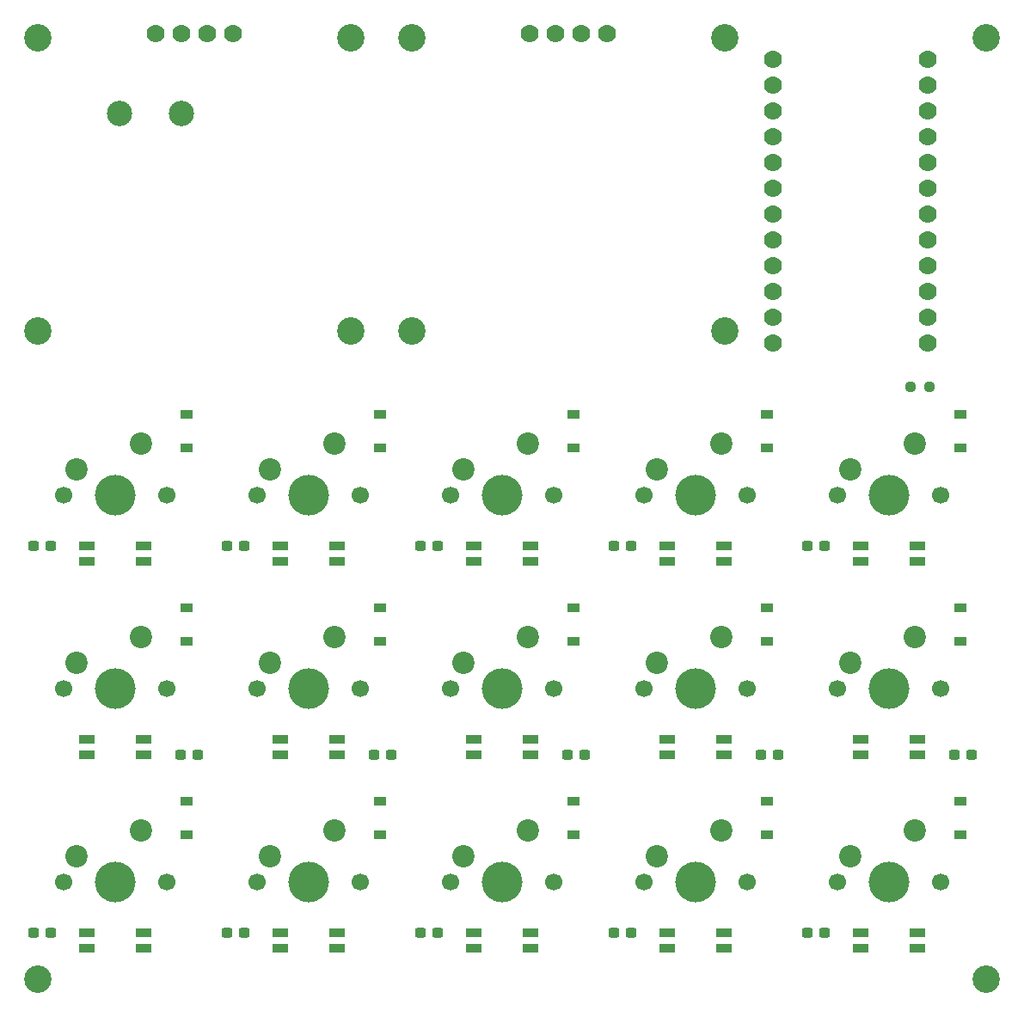
<source format=gbr>
%TF.GenerationSoftware,KiCad,Pcbnew,(6.0.10)*%
%TF.CreationDate,2023-01-16T10:49:51+01:00*%
%TF.ProjectId,FireKey,46697265-4b65-4792-9e6b-696361645f70,1.1.0*%
%TF.SameCoordinates,Original*%
%TF.FileFunction,Soldermask,Bot*%
%TF.FilePolarity,Negative*%
%FSLAX46Y46*%
G04 Gerber Fmt 4.6, Leading zero omitted, Abs format (unit mm)*
G04 Created by KiCad (PCBNEW (6.0.10)) date 2023-01-16 10:49:51*
%MOMM*%
%LPD*%
G01*
G04 APERTURE LIST*
G04 Aperture macros list*
%AMRoundRect*
0 Rectangle with rounded corners*
0 $1 Rounding radius*
0 $2 $3 $4 $5 $6 $7 $8 $9 X,Y pos of 4 corners*
0 Add a 4 corners polygon primitive as box body*
4,1,4,$2,$3,$4,$5,$6,$7,$8,$9,$2,$3,0*
0 Add four circle primitives for the rounded corners*
1,1,$1+$1,$2,$3*
1,1,$1+$1,$4,$5*
1,1,$1+$1,$6,$7*
1,1,$1+$1,$8,$9*
0 Add four rect primitives between the rounded corners*
20,1,$1+$1,$2,$3,$4,$5,0*
20,1,$1+$1,$4,$5,$6,$7,0*
20,1,$1+$1,$6,$7,$8,$9,0*
20,1,$1+$1,$8,$9,$2,$3,0*%
G04 Aperture macros list end*
%ADD10C,2.700000*%
%ADD11C,1.778000*%
%ADD12C,1.700000*%
%ADD13C,4.000000*%
%ADD14C,2.200000*%
%ADD15RoundRect,0.237500X0.300000X0.237500X-0.300000X0.237500X-0.300000X-0.237500X0.300000X-0.237500X0*%
%ADD16RoundRect,0.237500X-0.300000X-0.237500X0.300000X-0.237500X0.300000X0.237500X-0.300000X0.237500X0*%
%ADD17R,1.200000X0.900000*%
%ADD18R,1.500000X0.820000*%
%ADD19RoundRect,0.237500X0.250000X0.237500X-0.250000X0.237500X-0.250000X-0.237500X0.250000X-0.237500X0*%
%ADD20C,2.500000*%
G04 APERTURE END LIST*
D10*
%TO.C,H1*%
X248920000Y-41275000D03*
%TD*%
%TO.C,OLED2*%
X223205000Y-41275000D03*
X192405000Y-70175000D03*
X192405000Y-41275000D03*
X223205000Y-70175000D03*
D11*
X203995000Y-40875000D03*
X206535000Y-40875000D03*
X209075000Y-40875000D03*
X211615000Y-40875000D03*
%TD*%
D12*
%TO.C,KEY8*%
X215265000Y-105410000D03*
X225425000Y-105410000D03*
D13*
X220345000Y-105410000D03*
D14*
X222885000Y-100330000D03*
X216535000Y-102870000D03*
%TD*%
D13*
%TO.C,KEY9*%
X163195000Y-124460000D03*
D12*
X168275000Y-124460000D03*
X158115000Y-124460000D03*
D14*
X165735000Y-119380000D03*
X159385000Y-121920000D03*
%TD*%
D12*
%TO.C,KEY13*%
X244475000Y-86360000D03*
X234315000Y-86360000D03*
D13*
X239395000Y-86360000D03*
D14*
X241935000Y-81280000D03*
X235585000Y-83820000D03*
%TD*%
D10*
%TO.C,H2*%
X155575000Y-133985000D03*
%TD*%
D12*
%TO.C,KEY14*%
X234315000Y-105410000D03*
D13*
X239395000Y-105410000D03*
D12*
X244475000Y-105410000D03*
D14*
X241935000Y-100330000D03*
X235585000Y-102870000D03*
%TD*%
D13*
%TO.C,KEY10*%
X182245000Y-124460000D03*
D12*
X177165000Y-124460000D03*
X187325000Y-124460000D03*
D14*
X184785000Y-119380000D03*
X178435000Y-121920000D03*
%TD*%
D12*
%TO.C,KEY4*%
X215265000Y-86360000D03*
X225425000Y-86360000D03*
D13*
X220345000Y-86360000D03*
D14*
X222885000Y-81280000D03*
X216535000Y-83820000D03*
%TD*%
D12*
%TO.C,KEY1*%
X158115000Y-86360000D03*
X168275000Y-86360000D03*
D13*
X163195000Y-86360000D03*
D14*
X165735000Y-81280000D03*
X159385000Y-83820000D03*
%TD*%
D12*
%TO.C,KEY11*%
X206375000Y-124460000D03*
D13*
X201295000Y-124460000D03*
D12*
X196215000Y-124460000D03*
D14*
X203835000Y-119380000D03*
X197485000Y-121920000D03*
%TD*%
D12*
%TO.C,KEY12*%
X215265000Y-124460000D03*
D13*
X220345000Y-124460000D03*
D12*
X225425000Y-124460000D03*
D14*
X222885000Y-119380000D03*
X216535000Y-121920000D03*
%TD*%
D13*
%TO.C,KEY6*%
X182245000Y-105410000D03*
D12*
X177165000Y-105410000D03*
X187325000Y-105410000D03*
D14*
X184785000Y-100330000D03*
X178435000Y-102870000D03*
%TD*%
D13*
%TO.C,KEY2*%
X182245000Y-86360000D03*
D12*
X177165000Y-86360000D03*
X187325000Y-86360000D03*
D14*
X184785000Y-81280000D03*
X178435000Y-83820000D03*
%TD*%
D11*
%TO.C,U1*%
X227965000Y-45974000D03*
X227965000Y-43434000D03*
X227965000Y-53594000D03*
X227965000Y-56134000D03*
X227965000Y-58674000D03*
X227965000Y-61214000D03*
X227965000Y-63754000D03*
X227965000Y-66294000D03*
X227965000Y-68834000D03*
X227965000Y-71374000D03*
X243205000Y-71374000D03*
X243205000Y-66294000D03*
X243205000Y-63754000D03*
X243205000Y-68834000D03*
X243205000Y-61214000D03*
X243205000Y-58674000D03*
X243205000Y-56134000D03*
X243205000Y-53594000D03*
X227965000Y-48514000D03*
X227965000Y-51054000D03*
X243205000Y-43434000D03*
X243205000Y-45974000D03*
X243205000Y-48514000D03*
X243205000Y-51054000D03*
%TD*%
D10*
%TO.C,H3*%
X248920000Y-133985000D03*
%TD*%
%TO.C,OLED1*%
X155575000Y-41275000D03*
X155575000Y-70175000D03*
X186375000Y-70175000D03*
X186375000Y-41275000D03*
D11*
X167165000Y-40875000D03*
X169705000Y-40875000D03*
X172245000Y-40875000D03*
X174785000Y-40875000D03*
%TD*%
D12*
%TO.C,KEY7*%
X206375000Y-105410000D03*
X196215000Y-105410000D03*
D13*
X201295000Y-105410000D03*
D14*
X203835000Y-100330000D03*
X197485000Y-102870000D03*
%TD*%
D12*
%TO.C,KEY15*%
X234315000Y-124460000D03*
X244475000Y-124460000D03*
D13*
X239395000Y-124460000D03*
D14*
X241935000Y-119380000D03*
X235585000Y-121920000D03*
%TD*%
D12*
%TO.C,KEY3*%
X206375000Y-86360000D03*
X196215000Y-86360000D03*
D13*
X201295000Y-86360000D03*
D14*
X203835000Y-81280000D03*
X197485000Y-83820000D03*
%TD*%
D12*
%TO.C,KEY5*%
X168275000Y-105410000D03*
D13*
X163195000Y-105410000D03*
D12*
X158115000Y-105410000D03*
D14*
X165735000Y-100330000D03*
X159385000Y-102870000D03*
%TD*%
D15*
%TO.C,C13*%
X175868500Y-129413000D03*
X174143500Y-129413000D03*
%TD*%
D16*
%TO.C,C7*%
X207671500Y-111887000D03*
X209396500Y-111887000D03*
%TD*%
%TO.C,C6*%
X188621500Y-111887000D03*
X190346500Y-111887000D03*
%TD*%
D17*
%TO.C,D3*%
X208280000Y-78360000D03*
X208280000Y-81660000D03*
%TD*%
D16*
%TO.C,C8*%
X226721500Y-111887000D03*
X228446500Y-111887000D03*
%TD*%
D18*
%TO.C,LED14*%
X160395000Y-129425000D03*
X160395000Y-130925000D03*
X165995000Y-130925000D03*
X165995000Y-129425000D03*
%TD*%
D19*
%TO.C,R1*%
X243332000Y-75692000D03*
X241507000Y-75692000D03*
%TD*%
D15*
%TO.C,C11*%
X213968500Y-129413000D03*
X212243500Y-129413000D03*
%TD*%
D18*
%TO.C,LED4*%
X160395000Y-91325000D03*
X160395000Y-92825000D03*
X165995000Y-92825000D03*
X165995000Y-91325000D03*
%TD*%
%TO.C,LED3*%
X179445000Y-91325000D03*
X179445000Y-92825000D03*
X185045000Y-92825000D03*
X185045000Y-91325000D03*
%TD*%
D16*
%TO.C,C9*%
X245771500Y-111887000D03*
X247496500Y-111887000D03*
%TD*%
D18*
%TO.C,LED5*%
X165995000Y-111875000D03*
X165995000Y-110375000D03*
X160395000Y-110375000D03*
X160395000Y-111875000D03*
%TD*%
D16*
%TO.C,C5*%
X169571500Y-111887000D03*
X171296500Y-111887000D03*
%TD*%
D17*
%TO.C,D10*%
X189230000Y-116460000D03*
X189230000Y-119760000D03*
%TD*%
D15*
%TO.C,C3*%
X175868500Y-91313000D03*
X174143500Y-91313000D03*
%TD*%
D17*
%TO.C,D15*%
X246380000Y-116460000D03*
X246380000Y-119760000D03*
%TD*%
D18*
%TO.C,LED8*%
X223145000Y-111875000D03*
X223145000Y-110375000D03*
X217545000Y-110375000D03*
X217545000Y-111875000D03*
%TD*%
D17*
%TO.C,D2*%
X189230000Y-78360000D03*
X189230000Y-81660000D03*
%TD*%
%TO.C,D9*%
X170180000Y-116460000D03*
X170180000Y-119760000D03*
%TD*%
D18*
%TO.C,LED1*%
X217545000Y-91325000D03*
X217545000Y-92825000D03*
X223145000Y-92825000D03*
X223145000Y-91325000D03*
%TD*%
%TO.C,LED2*%
X198495000Y-91325000D03*
X198495000Y-92825000D03*
X204095000Y-92825000D03*
X204095000Y-91325000D03*
%TD*%
D17*
%TO.C,D1*%
X170180000Y-78360000D03*
X170180000Y-81660000D03*
%TD*%
%TO.C,D12*%
X227330000Y-116460000D03*
X227330000Y-119760000D03*
%TD*%
D15*
%TO.C,C2*%
X194918500Y-91313000D03*
X193193500Y-91313000D03*
%TD*%
D17*
%TO.C,D11*%
X208280000Y-116460000D03*
X208280000Y-119760000D03*
%TD*%
D18*
%TO.C,LED9*%
X242195000Y-111875000D03*
X242195000Y-110375000D03*
X236595000Y-110375000D03*
X236595000Y-111875000D03*
%TD*%
D17*
%TO.C,D4*%
X227330000Y-78360000D03*
X227330000Y-81660000D03*
%TD*%
%TO.C,D13*%
X246380000Y-78360000D03*
X246380000Y-81660000D03*
%TD*%
D18*
%TO.C,LED0*%
X236595000Y-91325000D03*
X236595000Y-92825000D03*
X242195000Y-92825000D03*
X242195000Y-91325000D03*
%TD*%
D20*
%TO.C,P2*%
X169672000Y-48768000D03*
%TD*%
D17*
%TO.C,D14*%
X246380000Y-97410000D03*
X246380000Y-100710000D03*
%TD*%
%TO.C,D8*%
X227330000Y-97410000D03*
X227330000Y-100710000D03*
%TD*%
%TO.C,D5*%
X170180000Y-97410000D03*
X170180000Y-100710000D03*
%TD*%
%TO.C,D6*%
X189230000Y-97410000D03*
X189230000Y-100710000D03*
%TD*%
D15*
%TO.C,C4*%
X156818500Y-91313000D03*
X155093500Y-91313000D03*
%TD*%
D17*
%TO.C,D7*%
X208280000Y-97410000D03*
X208280000Y-100710000D03*
%TD*%
D15*
%TO.C,C0*%
X233018500Y-91313000D03*
X231293500Y-91313000D03*
%TD*%
%TO.C,C12*%
X194918500Y-129413000D03*
X193193500Y-129413000D03*
%TD*%
D18*
%TO.C,LED11*%
X217545000Y-129425000D03*
X217545000Y-130925000D03*
X223145000Y-130925000D03*
X223145000Y-129425000D03*
%TD*%
D15*
%TO.C,C1*%
X213968500Y-91313000D03*
X212243500Y-91313000D03*
%TD*%
D20*
%TO.C,P1*%
X163576000Y-48768000D03*
%TD*%
D15*
%TO.C,C10*%
X233018500Y-129413000D03*
X231293500Y-129413000D03*
%TD*%
D18*
%TO.C,LED10*%
X236595000Y-129425000D03*
X236595000Y-130925000D03*
X242195000Y-130925000D03*
X242195000Y-129425000D03*
%TD*%
%TO.C,LED13*%
X179445000Y-129425000D03*
X179445000Y-130925000D03*
X185045000Y-130925000D03*
X185045000Y-129425000D03*
%TD*%
%TO.C,LED7*%
X204095000Y-111875000D03*
X204095000Y-110375000D03*
X198495000Y-110375000D03*
X198495000Y-111875000D03*
%TD*%
%TO.C,LED6*%
X185045000Y-111875000D03*
X185045000Y-110375000D03*
X179445000Y-110375000D03*
X179445000Y-111875000D03*
%TD*%
D15*
%TO.C,C14*%
X156818500Y-129413000D03*
X155093500Y-129413000D03*
%TD*%
D18*
%TO.C,LED12*%
X198495000Y-129425000D03*
X198495000Y-130925000D03*
X204095000Y-130925000D03*
X204095000Y-129425000D03*
%TD*%
M02*

</source>
